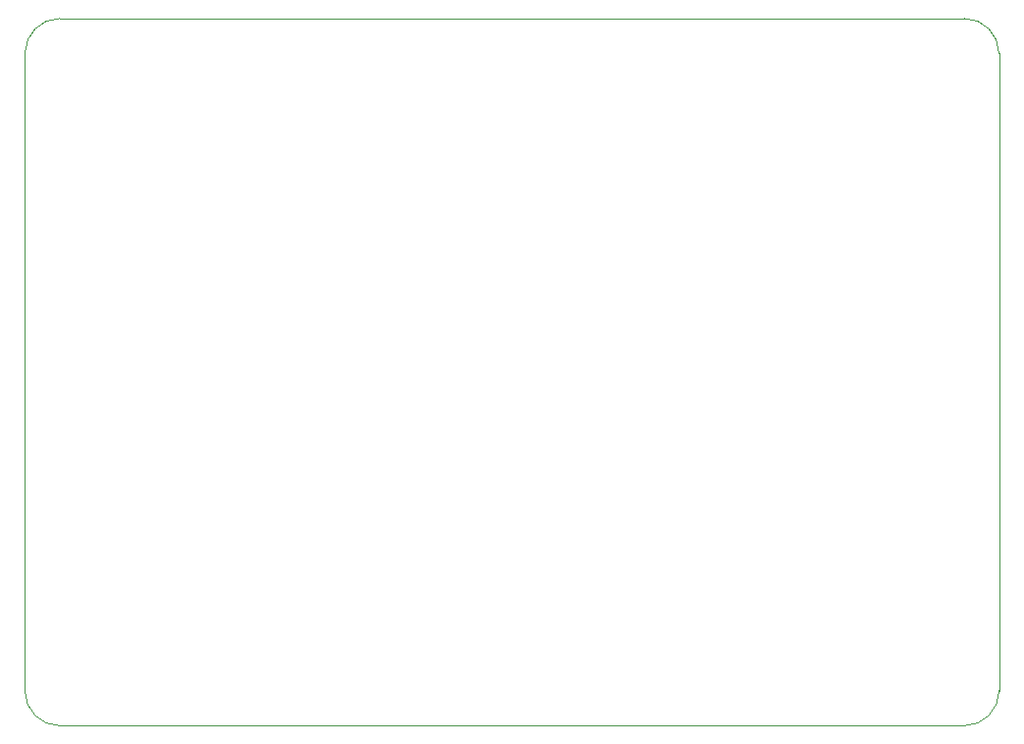
<source format=gbr>
%TF.GenerationSoftware,KiCad,Pcbnew,7.0.9*%
%TF.CreationDate,2023-11-21T21:31:42+09:00*%
%TF.ProjectId,celeron_kb_1,63656c65-726f-46e5-9f6b-625f312e6b69,rev?*%
%TF.SameCoordinates,Original*%
%TF.FileFunction,Profile,NP*%
%FSLAX46Y46*%
G04 Gerber Fmt 4.6, Leading zero omitted, Abs format (unit mm)*
G04 Created by KiCad (PCBNEW 7.0.9) date 2023-11-21 21:31:42*
%MOMM*%
%LPD*%
G01*
G04 APERTURE LIST*
%TA.AperFunction,Profile*%
%ADD10C,0.100000*%
%TD*%
G04 APERTURE END LIST*
D10*
X170000000Y-53000000D02*
X170000000Y-108000000D01*
X167000000Y-111000000D02*
G75*
G03*
X170000000Y-108000000I0J3000000D01*
G01*
X86000000Y-108000000D02*
X86000000Y-53000000D01*
X170000000Y-53000000D02*
G75*
G03*
X167000000Y-50000000I-3000000J0D01*
G01*
X89000000Y-50000000D02*
X167000000Y-50000000D01*
X89000000Y-50000000D02*
G75*
G03*
X86000000Y-53000000I0J-3000000D01*
G01*
X89000000Y-111000000D02*
X167000000Y-111000000D01*
X86000000Y-108000000D02*
G75*
G03*
X89000000Y-111000000I3000000J0D01*
G01*
M02*

</source>
